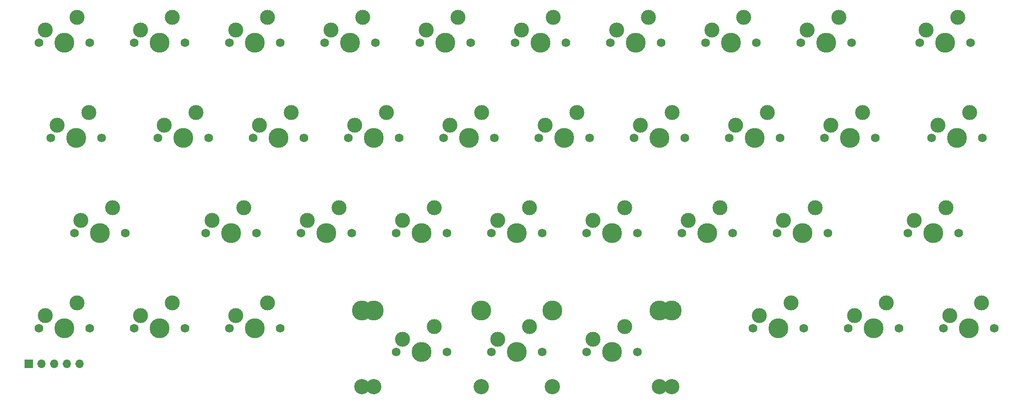
<source format=gts>
%TF.GenerationSoftware,KiCad,Pcbnew,7.0.6*%
%TF.CreationDate,2023-07-18T22:48:20-04:00*%
%TF.ProjectId,cutiepie2040-standard-stagger,63757469-6570-4696-9532-3034302d7374,rev?*%
%TF.SameCoordinates,PX2d6b3a0PY7aa1830*%
%TF.FileFunction,Soldermask,Top*%
%TF.FilePolarity,Negative*%
%FSLAX46Y46*%
G04 Gerber Fmt 4.6, Leading zero omitted, Abs format (unit mm)*
G04 Created by KiCad (PCBNEW 7.0.6) date 2023-07-18 22:48:20*
%MOMM*%
%LPD*%
G01*
G04 APERTURE LIST*
%ADD10C,1.750000*%
%ADD11C,3.000000*%
%ADD12C,3.987800*%
%ADD13R,1.700000X1.700000*%
%ADD14O,1.700000X1.700000*%
%ADD15C,3.048000*%
G04 APERTURE END LIST*
D10*
%TO.C,MX6*%
X28257380Y52387794D03*
D11*
X29527380Y54927794D03*
D12*
X33337380Y52387794D03*
D11*
X35877380Y57467794D03*
D10*
X38417380Y52387794D03*
%TD*%
%TO.C,MX31*%
X167004880Y71437794D03*
D11*
X164464880Y76517794D03*
D12*
X161924880Y71437794D03*
D11*
X158114880Y73977794D03*
D10*
X156844880Y71437794D03*
%TD*%
%TO.C,MX33*%
X188436130Y33337584D03*
D11*
X185896130Y38417584D03*
D12*
X183356130Y33337584D03*
D11*
X179546130Y35877584D03*
D10*
X178276130Y33337584D03*
%TD*%
%TO.C,MX4*%
X14604880Y14287794D03*
D11*
X12064880Y19367794D03*
D12*
X9524880Y14287794D03*
D11*
X5714880Y16827794D03*
D10*
X4444880Y14287794D03*
%TD*%
%TO.C,MX14*%
X76517380Y52387794D03*
D11*
X73977380Y57467794D03*
D12*
X71437380Y52387794D03*
D11*
X67627380Y54927794D03*
D10*
X66357380Y52387794D03*
%TD*%
%TO.C,MX10*%
X47307380Y52387794D03*
D11*
X48577380Y54927794D03*
D12*
X52387380Y52387794D03*
D11*
X54927380Y57467794D03*
D10*
X57467380Y52387794D03*
%TD*%
%TO.C,MX13*%
X71754880Y71437794D03*
D11*
X69214880Y76517794D03*
D12*
X66674880Y71437794D03*
D11*
X62864880Y73977794D03*
D10*
X61594880Y71437794D03*
%TD*%
%TO.C,MX24*%
X128904880Y71437794D03*
D11*
X126364880Y76517794D03*
D12*
X123824880Y71437794D03*
D11*
X120014880Y73977794D03*
D10*
X118744880Y71437794D03*
%TD*%
%TO.C,MX22*%
X124142380Y33337744D03*
D11*
X121602380Y38417744D03*
D12*
X119062380Y33337744D03*
D11*
X115252380Y35877744D03*
D10*
X113982380Y33337744D03*
%TD*%
%TO.C,MX16*%
X90804880Y71437794D03*
D11*
X88264880Y76517794D03*
D12*
X85724880Y71437794D03*
D11*
X81914880Y73977794D03*
D10*
X80644880Y71437794D03*
%TD*%
D13*
%TO.C,J2*%
X2381172Y7143972D03*
D14*
X4921172Y7143972D03*
X7461172Y7143972D03*
X10001172Y7143972D03*
X12541172Y7143972D03*
%TD*%
D10*
%TO.C,MX18*%
X105092380Y33337794D03*
D11*
X102552380Y38417794D03*
D12*
X100012380Y33337794D03*
D11*
X96202380Y35877794D03*
D10*
X94932380Y33337794D03*
%TD*%
%TO.C,MX15*%
X86042380Y33337744D03*
D11*
X83502380Y38417744D03*
D12*
X80962380Y33337744D03*
D11*
X77152380Y35877744D03*
D10*
X75882380Y33337744D03*
%TD*%
%TO.C,MX32*%
X171767380Y52387794D03*
D11*
X169227380Y57467794D03*
D12*
X166687380Y52387794D03*
D11*
X162877380Y54927794D03*
D10*
X161607380Y52387794D03*
%TD*%
%TO.C,MX1*%
X14604880Y71437794D03*
D11*
X12064880Y76517794D03*
D12*
X9524880Y71437794D03*
D11*
X5714880Y73977794D03*
D10*
X4444880Y71437794D03*
%TD*%
%TO.C,MX17*%
X95567380Y52387794D03*
D11*
X93027380Y57467794D03*
D12*
X90487380Y52387794D03*
D11*
X86677380Y54927794D03*
D10*
X85407380Y52387794D03*
%TD*%
%TO.C,MX7*%
X47942380Y33337794D03*
D11*
X45402380Y38417794D03*
D12*
X42862380Y33337794D03*
D11*
X39052380Y35877794D03*
D10*
X37782380Y33337794D03*
%TD*%
%TO.C,MX35*%
X190817380Y71437794D03*
D11*
X188277380Y76517794D03*
D12*
X185737380Y71437794D03*
D11*
X181927380Y73977794D03*
D10*
X180657380Y71437794D03*
%TD*%
%TO.C,MX26*%
X143192380Y33337794D03*
D11*
X140652380Y38417794D03*
D12*
X138112380Y33337794D03*
D11*
X134302380Y35877794D03*
D10*
X133032380Y33337794D03*
%TD*%
%TO.C,MX12*%
X52704880Y14287794D03*
D11*
X50164880Y19367794D03*
D12*
X47624880Y14287794D03*
D11*
X43814880Y16827794D03*
D10*
X42544880Y14287794D03*
%TD*%
%TO.C,MX36*%
X193198630Y52387794D03*
D11*
X190658630Y57467794D03*
D12*
X188118630Y52387794D03*
D11*
X184308630Y54927794D03*
D10*
X183038630Y52387794D03*
%TD*%
%TO.C,MX30*%
X157479880Y14287794D03*
D11*
X154939880Y19367794D03*
D12*
X152399880Y14287794D03*
D11*
X148589880Y16827794D03*
D10*
X147319880Y14287794D03*
%TD*%
%TO.C,MX9*%
X52704880Y71437794D03*
D11*
X50164880Y76517794D03*
D12*
X47624880Y71437794D03*
D11*
X43814880Y73977794D03*
D10*
X42544880Y71437794D03*
%TD*%
%TO.C,MX27*%
X147954880Y71437794D03*
D11*
X145414880Y76517794D03*
D12*
X142874880Y71437794D03*
D11*
X139064880Y73977794D03*
D10*
X137794880Y71437794D03*
%TD*%
%TO.C,MX11*%
X66992380Y33337744D03*
D11*
X64452380Y38417744D03*
D12*
X61932163Y33337744D03*
D11*
X58102380Y35877744D03*
D10*
X56832380Y33337744D03*
%TD*%
D15*
%TO.C,MX38*%
X128587380Y2540024D03*
D12*
X128587380Y17780024D03*
D10*
X105092380Y9525024D03*
D11*
X102552380Y14605024D03*
D12*
X100012380Y9525024D03*
D11*
X96202380Y12065024D03*
D10*
X94932380Y9525024D03*
D15*
X71437380Y2540024D03*
D12*
X71437380Y17780024D03*
%TD*%
D10*
%TO.C,MX5*%
X33654880Y71437794D03*
D11*
X31114880Y76517794D03*
D12*
X28574880Y71437794D03*
D11*
X24764880Y73977794D03*
D10*
X23494880Y71437794D03*
%TD*%
%TO.C,MX8*%
X33654880Y14287794D03*
D11*
X31114880Y19367794D03*
D12*
X28574880Y14287794D03*
D11*
X24764880Y16827794D03*
D10*
X23494880Y14287794D03*
%TD*%
%TO.C,MX25*%
X133667380Y52387794D03*
D11*
X131127380Y57467794D03*
D12*
X128587380Y52387794D03*
D11*
X124777380Y54927794D03*
D10*
X123507380Y52387794D03*
%TD*%
%TO.C,MX28*%
X152717380Y52387794D03*
D11*
X150177380Y57467794D03*
D12*
X147637380Y52387794D03*
D11*
X143827380Y54927794D03*
D10*
X142557380Y52387794D03*
%TD*%
D15*
%TO.C,MX23*%
X131000380Y2540024D03*
D12*
X131000380Y17780024D03*
D10*
X124142380Y9525024D03*
D11*
X121602380Y14605024D03*
D12*
X119062380Y9525024D03*
D11*
X115252380Y12065024D03*
D10*
X113982380Y9525024D03*
D15*
X107124380Y2540024D03*
D12*
X107124380Y17780024D03*
%TD*%
D15*
%TO.C,MX19*%
X92900380Y2540294D03*
D12*
X92900380Y17780294D03*
D10*
X86042380Y9525294D03*
D11*
X83502380Y14605294D03*
D12*
X80962380Y9525294D03*
D11*
X77152380Y12065294D03*
D10*
X75882380Y9525294D03*
D15*
X69024380Y2540294D03*
D12*
X69024380Y17780294D03*
%TD*%
D10*
%TO.C,MX29*%
X162242380Y33337794D03*
D11*
X159702380Y38417794D03*
D12*
X157162380Y33337794D03*
D11*
X153352380Y35877794D03*
D10*
X152082380Y33337794D03*
%TD*%
%TO.C,MX37*%
X195579880Y14287794D03*
D11*
X193039880Y19367794D03*
D12*
X190499880Y14287794D03*
D11*
X186689880Y16827794D03*
D10*
X185419880Y14287794D03*
%TD*%
%TO.C,MX2*%
X6826130Y52387794D03*
D11*
X8096130Y54927794D03*
D12*
X11906130Y52387794D03*
D11*
X14446130Y57467794D03*
D10*
X16986130Y52387794D03*
%TD*%
%TO.C,MX20*%
X109854880Y71437794D03*
D11*
X107314880Y76517794D03*
D12*
X104774880Y71437794D03*
D11*
X100964880Y73977794D03*
D10*
X99694880Y71437794D03*
%TD*%
%TO.C,MX21*%
X114617380Y52387794D03*
D11*
X112077380Y57467794D03*
D12*
X109537380Y52387794D03*
D11*
X105727380Y54927794D03*
D10*
X104457380Y52387794D03*
%TD*%
%TO.C,MX34*%
X176529880Y14287794D03*
D11*
X173989880Y19367794D03*
D12*
X171449880Y14287794D03*
D11*
X167639880Y16827794D03*
D10*
X166369880Y14287794D03*
%TD*%
%TO.C,MX3*%
X21748630Y33337794D03*
D11*
X19208630Y38417794D03*
D12*
X16668630Y33337794D03*
D11*
X12858630Y35877794D03*
D10*
X11588630Y33337794D03*
%TD*%
M02*

</source>
